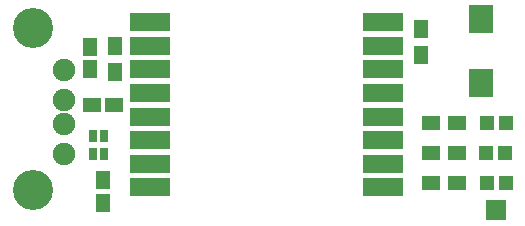
<source format=gts>
G04 #@! TF.GenerationSoftware,KiCad,Pcbnew,no-vcs-found-c20cf4a~58~ubuntu16.04.1*
G04 #@! TF.CreationDate,2017-03-22T17:50:22+02:00*
G04 #@! TF.ProjectId,serial_gw_ATMEGA328P,73657269616C5F67775F41544D454741,rev?*
G04 #@! TF.FileFunction,Soldermask,Top*
G04 #@! TF.FilePolarity,Negative*
%FSLAX46Y46*%
G04 Gerber Fmt 4.6, Leading zero omitted, Abs format (unit mm)*
G04 Created by KiCad (PCBNEW no-vcs-found-c20cf4a~58~ubuntu16.04.1) date Wed Mar 22 17:50:22 2017*
%MOMM*%
%LPD*%
G01*
G04 APERTURE LIST*
%ADD10C,0.100000*%
%ADD11C,1.901140*%
%ADD12C,3.399740*%
%ADD13R,1.750000X1.750000*%
%ADD14R,1.150000X1.600000*%
%ADD15R,2.000000X2.400000*%
%ADD16R,1.200000X1.200000*%
%ADD17R,1.600000X1.300000*%
%ADD18R,1.300000X1.600000*%
%ADD19R,3.400000X1.600000*%
%ADD20R,1.600000X1.150000*%
%ADD21R,0.800000X1.000000*%
G04 APERTURE END LIST*
D10*
D11*
X76207000Y-87422000D03*
X76207000Y-84882000D03*
X76207000Y-82850000D03*
X76207000Y-80310000D03*
D12*
X73540000Y-90470000D03*
X73540000Y-76754000D03*
D13*
X112776000Y-92202000D03*
D14*
X79502000Y-89662000D03*
X79502000Y-91562000D03*
D15*
X111506000Y-76040000D03*
X111506000Y-81440000D03*
D16*
X113614000Y-84836000D03*
X112014000Y-84836000D03*
X111938000Y-87376000D03*
X113538000Y-87376000D03*
X113614000Y-89916000D03*
X112014000Y-89916000D03*
D17*
X109474000Y-84836000D03*
X107274000Y-84836000D03*
X107274000Y-87376000D03*
X109474000Y-87376000D03*
X109474000Y-89916000D03*
X107274000Y-89916000D03*
D18*
X106426000Y-76878000D03*
X106426000Y-79078000D03*
D19*
X103180000Y-76264000D03*
X103180000Y-78264000D03*
X103180000Y-80264000D03*
X103180000Y-82264000D03*
X103180000Y-84264000D03*
X103180000Y-86264000D03*
X103180000Y-88264000D03*
X103180000Y-90264000D03*
X83480000Y-90264000D03*
X83480000Y-88264000D03*
X83480000Y-86264000D03*
X83480000Y-84264000D03*
X83480000Y-82264000D03*
X83480000Y-80264000D03*
X83480000Y-78264000D03*
X83480000Y-76264000D03*
D18*
X80500000Y-78300000D03*
X80500000Y-80500000D03*
D14*
X78400000Y-80250000D03*
X78400000Y-78350000D03*
D20*
X78550000Y-83300000D03*
X80450000Y-83300000D03*
D21*
X79550000Y-87400000D03*
X78650000Y-87400000D03*
X78650000Y-85900000D03*
X79550000Y-85900000D03*
M02*

</source>
